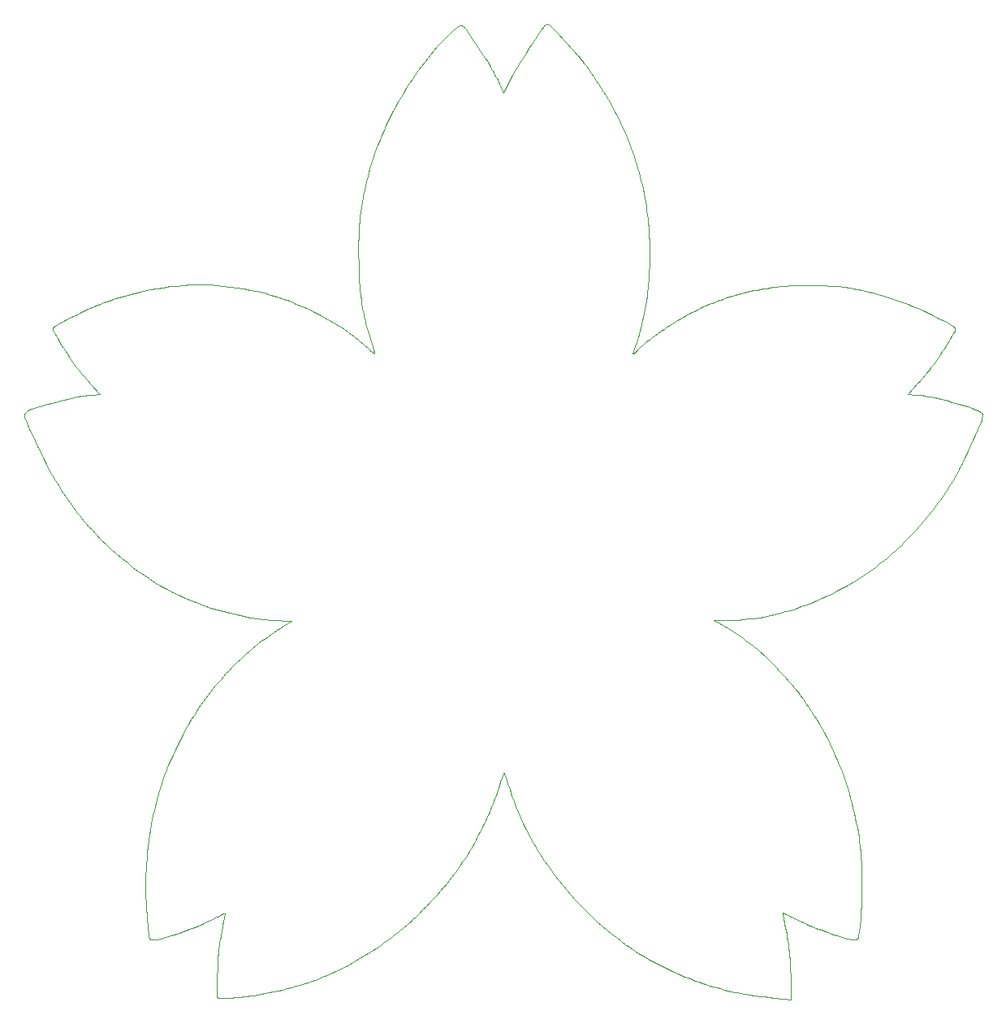
<source format=gbr>
%TF.GenerationSoftware,KiCad,Pcbnew,9.0.7*%
%TF.CreationDate,2026-02-10T20:55:20-08:00*%
%TF.ProjectId,Blinky,426c696e-6b79-42e6-9b69-6361645f7063,rev?*%
%TF.SameCoordinates,Original*%
%TF.FileFunction,Profile,NP*%
%FSLAX46Y46*%
G04 Gerber Fmt 4.6, Leading zero omitted, Abs format (unit mm)*
G04 Created by KiCad (PCBNEW 9.0.7) date 2026-02-10 20:55:20*
%MOMM*%
%LPD*%
G01*
G04 APERTURE LIST*
%TA.AperFunction,Profile*%
%ADD10C,0.067055*%
%TD*%
G04 APERTURE END LIST*
D10*
X156358332Y-49758483D02*
X156376700Y-49759936D01*
X156394921Y-49762345D01*
X156412968Y-49765699D01*
X156430812Y-49769990D01*
X156448427Y-49775206D01*
X156465785Y-49781339D01*
X156482860Y-49788377D01*
X156499624Y-49796311D01*
X156516050Y-49805130D01*
X156532110Y-49814825D01*
X156547778Y-49825386D01*
X156563027Y-49836802D01*
X156577828Y-49849063D01*
X156592156Y-49862160D01*
X156605982Y-49876082D01*
X157351306Y-50665856D01*
X158093915Y-51458781D01*
X158443477Y-51836042D01*
X158790689Y-52215886D01*
X159135485Y-52598241D01*
X159477799Y-52983034D01*
X159594619Y-53116572D01*
X159710181Y-53251342D01*
X159824478Y-53387331D01*
X159937500Y-53524530D01*
X160049238Y-53662926D01*
X160159684Y-53802511D01*
X160268829Y-53943273D01*
X160376663Y-54085200D01*
X160652187Y-54456896D01*
X160922730Y-54832663D01*
X161188252Y-55212444D01*
X161448716Y-55596182D01*
X161704084Y-55983819D01*
X161954316Y-56375299D01*
X162199375Y-56770562D01*
X162439223Y-57169552D01*
X162673901Y-57572342D01*
X162903206Y-57978572D01*
X163127105Y-58388181D01*
X163345566Y-58801107D01*
X163558558Y-59217289D01*
X163766049Y-59636666D01*
X163968005Y-60059175D01*
X164164397Y-60484755D01*
X164351244Y-60904632D01*
X164532391Y-61327273D01*
X164707813Y-61752612D01*
X164877483Y-62180583D01*
X165041378Y-62611123D01*
X165199471Y-63044165D01*
X165351737Y-63479645D01*
X165498151Y-63917497D01*
X165632566Y-64339810D01*
X165760501Y-64764327D01*
X165881932Y-65190961D01*
X165996838Y-65619627D01*
X166105195Y-66050239D01*
X166206982Y-66482710D01*
X166302176Y-66916956D01*
X166390753Y-67352890D01*
X166474038Y-67795639D01*
X166551253Y-68239573D01*
X166622387Y-68684619D01*
X166687432Y-69130704D01*
X166746376Y-69577755D01*
X166799210Y-70025699D01*
X166845923Y-70474464D01*
X166886507Y-70923977D01*
X166921072Y-71375403D01*
X166949516Y-71827250D01*
X166971836Y-72279448D01*
X166988031Y-72731925D01*
X166998098Y-73184609D01*
X167002034Y-73637431D01*
X166999839Y-74090318D01*
X166991509Y-74543199D01*
X166977218Y-74989111D01*
X166956804Y-75434677D01*
X166930273Y-75879823D01*
X166897628Y-76324480D01*
X166858877Y-76768575D01*
X166814025Y-77212036D01*
X166763076Y-77654792D01*
X166706038Y-78096773D01*
X166644669Y-78523465D01*
X166576847Y-78948957D01*
X166502588Y-79373164D01*
X166421908Y-79796004D01*
X166334823Y-80217394D01*
X166241351Y-80637249D01*
X166141508Y-81055487D01*
X166035309Y-81472024D01*
X165997173Y-81615470D01*
X165958311Y-81758679D01*
X165918714Y-81901683D01*
X165878374Y-82044513D01*
X165793723Y-82336035D01*
X165706278Y-82626719D01*
X165626172Y-82884039D01*
X165543643Y-83140491D01*
X165515641Y-83223787D01*
X165486310Y-83306555D01*
X165455656Y-83388775D01*
X165423686Y-83470428D01*
X165400357Y-83529662D01*
X165377744Y-83589210D01*
X165355848Y-83649064D01*
X165334674Y-83709212D01*
X165326275Y-83733982D01*
X165318146Y-83758853D01*
X165310287Y-83783823D01*
X165302699Y-83808888D01*
X165295383Y-83834046D01*
X165288339Y-83859294D01*
X165281569Y-83884630D01*
X165275073Y-83910051D01*
X165266085Y-83947703D01*
X165257874Y-83985551D01*
X165250444Y-84023583D01*
X165243799Y-84061786D01*
X165243599Y-84063236D01*
X165243475Y-84064687D01*
X165243426Y-84066137D01*
X165243451Y-84067583D01*
X165243549Y-84069021D01*
X165243720Y-84070448D01*
X165243962Y-84071861D01*
X165244275Y-84073258D01*
X165244658Y-84074634D01*
X165245111Y-84075987D01*
X165245633Y-84077314D01*
X165246222Y-84078611D01*
X165246878Y-84079875D01*
X165247601Y-84081104D01*
X165248389Y-84082294D01*
X165249242Y-84083442D01*
X165250153Y-84084538D01*
X165251113Y-84085572D01*
X165252121Y-84086545D01*
X165253173Y-84087453D01*
X165254266Y-84088297D01*
X165255399Y-84089075D01*
X165256567Y-84089786D01*
X165257769Y-84090427D01*
X165259001Y-84090998D01*
X165260261Y-84091497D01*
X165261547Y-84091924D01*
X165262854Y-84092276D01*
X165264181Y-84092552D01*
X165265525Y-84092751D01*
X165266883Y-84092872D01*
X165268253Y-84092914D01*
X165271977Y-84092832D01*
X165275683Y-84092589D01*
X165279369Y-84092186D01*
X165283028Y-84091625D01*
X165286657Y-84090906D01*
X165290252Y-84090032D01*
X165293808Y-84089004D01*
X165297321Y-84087823D01*
X165300786Y-84086492D01*
X165304200Y-84085011D01*
X165307558Y-84083383D01*
X165310855Y-84081608D01*
X165314087Y-84079689D01*
X165317251Y-84077627D01*
X165320341Y-84075423D01*
X165323354Y-84073079D01*
X165355974Y-84046273D01*
X165388300Y-84019067D01*
X165420327Y-83991461D01*
X165452054Y-83963458D01*
X165471232Y-83946198D01*
X165490284Y-83928782D01*
X165509211Y-83911209D01*
X165528011Y-83893482D01*
X165546684Y-83875600D01*
X165565228Y-83857564D01*
X165583642Y-83839375D01*
X165601926Y-83821034D01*
X165642532Y-83779537D01*
X165682707Y-83737568D01*
X165722450Y-83695130D01*
X165761759Y-83652225D01*
X165835564Y-83572392D01*
X165910820Y-83494169D01*
X165987502Y-83417580D01*
X166065590Y-83342643D01*
X166145058Y-83269383D01*
X166225886Y-83197819D01*
X166308050Y-83127974D01*
X166391527Y-83059869D01*
X166677033Y-82833866D01*
X166964464Y-82610632D01*
X167253791Y-82390192D01*
X167544982Y-82172568D01*
X167858273Y-81943136D01*
X168173695Y-81717025D01*
X168491201Y-81494265D01*
X168810744Y-81274888D01*
X169082847Y-81093434D01*
X169357666Y-80916788D01*
X169635156Y-80744981D01*
X169915273Y-80578044D01*
X170206413Y-80410100D01*
X170499248Y-80245631D01*
X170793752Y-80084652D01*
X171089897Y-79927177D01*
X171387654Y-79773222D01*
X171686996Y-79622800D01*
X171987895Y-79475926D01*
X172290325Y-79332615D01*
X172583271Y-79198174D01*
X172877720Y-79067638D01*
X173173635Y-78941019D01*
X173470984Y-78818332D01*
X173769732Y-78699591D01*
X174069845Y-78584810D01*
X174371288Y-78474003D01*
X174674028Y-78367183D01*
X174980934Y-78263356D01*
X175288968Y-78163567D01*
X175598097Y-78067827D01*
X175908287Y-77976145D01*
X176219504Y-77888531D01*
X176531712Y-77804995D01*
X176844880Y-77725545D01*
X177158971Y-77650192D01*
X177491602Y-77574613D01*
X177824926Y-77502739D01*
X178158915Y-77434574D01*
X178493541Y-77370125D01*
X178828775Y-77309397D01*
X179164588Y-77252395D01*
X179500953Y-77199125D01*
X179837841Y-77149591D01*
X180078237Y-77117087D01*
X180318942Y-77087511D01*
X180559934Y-77060868D01*
X180801187Y-77037157D01*
X181042677Y-77016382D01*
X181284381Y-76998545D01*
X181526273Y-76983647D01*
X181768331Y-76971690D01*
X182346088Y-76950840D01*
X182924060Y-76938314D01*
X183502156Y-76934112D01*
X184080284Y-76938237D01*
X184648379Y-76950477D01*
X185216218Y-76970908D01*
X185783751Y-76999528D01*
X186350929Y-77036336D01*
X186575734Y-77054169D01*
X186800264Y-77075209D01*
X187024492Y-77099452D01*
X187248388Y-77126893D01*
X187471923Y-77157530D01*
X187695068Y-77191357D01*
X187917794Y-77228371D01*
X188140071Y-77268568D01*
X188681558Y-77375198D01*
X189221384Y-77490953D01*
X189759432Y-77615806D01*
X190295589Y-77749733D01*
X190820169Y-77890396D01*
X191342468Y-78040381D01*
X191862373Y-78199653D01*
X192379769Y-78368176D01*
X192900652Y-78547962D01*
X193418669Y-78736869D01*
X193933722Y-78934860D01*
X194445711Y-79141902D01*
X194975821Y-79366366D01*
X195502819Y-79599055D01*
X196026677Y-79839957D01*
X196547368Y-80089061D01*
X197171681Y-80396368D01*
X197793996Y-80708255D01*
X197874340Y-80749431D01*
X197954272Y-80791499D01*
X198033787Y-80834454D01*
X198112876Y-80878292D01*
X198191534Y-80923011D01*
X198269754Y-80968606D01*
X198347528Y-81015075D01*
X198424849Y-81062413D01*
X198469871Y-81090937D01*
X198514354Y-81120385D01*
X198558285Y-81150746D01*
X198601652Y-81182013D01*
X198644443Y-81214175D01*
X198686645Y-81247225D01*
X198728246Y-81281153D01*
X198769234Y-81315950D01*
X198779893Y-81325728D01*
X198789965Y-81336072D01*
X198799436Y-81346951D01*
X198808292Y-81358335D01*
X198816519Y-81370192D01*
X198824103Y-81382491D01*
X198831031Y-81395201D01*
X198837288Y-81408292D01*
X198842862Y-81421731D01*
X198847737Y-81435488D01*
X198851900Y-81449533D01*
X198855338Y-81463833D01*
X198858036Y-81478359D01*
X198859981Y-81493078D01*
X198861159Y-81507960D01*
X198861556Y-81522973D01*
X198861271Y-81539838D01*
X198860420Y-81556643D01*
X198859006Y-81573372D01*
X198857034Y-81590011D01*
X198854508Y-81606545D01*
X198851431Y-81622957D01*
X198847809Y-81639233D01*
X198843643Y-81655358D01*
X198838940Y-81671316D01*
X198833703Y-81687093D01*
X198827935Y-81702672D01*
X198821642Y-81718040D01*
X198814826Y-81733180D01*
X198807493Y-81748077D01*
X198799646Y-81762716D01*
X198791289Y-81777083D01*
X198433994Y-82363936D01*
X198073726Y-82948678D01*
X197887278Y-83247157D01*
X197698802Y-83544144D01*
X197508289Y-83839647D01*
X197315734Y-84133673D01*
X197145489Y-84388641D01*
X196972636Y-84641582D01*
X196797190Y-84892476D01*
X196619164Y-85141302D01*
X196543699Y-85244292D01*
X196467069Y-85346301D01*
X196389290Y-85447312D01*
X196310375Y-85547307D01*
X196203469Y-85680407D01*
X196095943Y-85812895D01*
X195987777Y-85944795D01*
X195878951Y-86076129D01*
X195762032Y-86215795D01*
X195644496Y-86354771D01*
X195526290Y-86493119D01*
X195407363Y-86630897D01*
X195297915Y-86756213D01*
X195187685Y-86880752D01*
X195076685Y-87004506D01*
X194964925Y-87127466D01*
X193927083Y-88261813D01*
X194770769Y-88350839D01*
X195069781Y-88385428D01*
X195368109Y-88426015D01*
X195665683Y-88472590D01*
X195962428Y-88525142D01*
X196325362Y-88595234D01*
X196687583Y-88669306D01*
X197049073Y-88747356D01*
X197409813Y-88829381D01*
X197779813Y-88917740D01*
X198148909Y-89010114D01*
X198517106Y-89106503D01*
X198884407Y-89206907D01*
X199207294Y-89299776D01*
X199528850Y-89397745D01*
X199849025Y-89500799D01*
X200167766Y-89608925D01*
X200581516Y-89755210D01*
X200993947Y-89905675D01*
X201045963Y-89925421D01*
X201097684Y-89946006D01*
X201149101Y-89967427D01*
X201200204Y-89989678D01*
X201250985Y-90012757D01*
X201301436Y-90036659D01*
X201351548Y-90061380D01*
X201401311Y-90086917D01*
X201415539Y-90094522D01*
X201429637Y-90102380D01*
X201443602Y-90110491D01*
X201457431Y-90118850D01*
X201471122Y-90127457D01*
X201484670Y-90136309D01*
X201498075Y-90145405D01*
X201511332Y-90154743D01*
X201524439Y-90164319D01*
X201537394Y-90174133D01*
X201550193Y-90184182D01*
X201562833Y-90194465D01*
X201575312Y-90204979D01*
X201587627Y-90215722D01*
X201599776Y-90226692D01*
X201611754Y-90237887D01*
X201619648Y-90245808D01*
X201627100Y-90254124D01*
X201634099Y-90262815D01*
X201640636Y-90271858D01*
X201646703Y-90281232D01*
X201652291Y-90290914D01*
X201657390Y-90300884D01*
X201661990Y-90311119D01*
X201666084Y-90321597D01*
X201669661Y-90332298D01*
X201672713Y-90343198D01*
X201675230Y-90354277D01*
X201677203Y-90365512D01*
X201678623Y-90376883D01*
X201679482Y-90388366D01*
X201679769Y-90399940D01*
X201678997Y-90461782D01*
X201676689Y-90523503D01*
X201672848Y-90585071D01*
X201667483Y-90646454D01*
X201660599Y-90707621D01*
X201652202Y-90768539D01*
X201642300Y-90829177D01*
X201630899Y-90889503D01*
X201618005Y-90949485D01*
X201603624Y-91009092D01*
X201587763Y-91068290D01*
X201570428Y-91127050D01*
X201551627Y-91185338D01*
X201531364Y-91243122D01*
X201509647Y-91300372D01*
X201486482Y-91357055D01*
X201238858Y-91934656D01*
X200986364Y-92509918D01*
X200729046Y-93082735D01*
X200466951Y-93652997D01*
X200179398Y-94261724D01*
X199884496Y-94866430D01*
X199582300Y-95467005D01*
X199272865Y-96063342D01*
X199136702Y-96318787D01*
X198998152Y-96572735D01*
X198857227Y-96825167D01*
X198713938Y-97076064D01*
X198568297Y-97325406D01*
X198420314Y-97573175D01*
X198270001Y-97819351D01*
X198117369Y-98063916D01*
X197954115Y-98319384D01*
X197788054Y-98572736D01*
X197619206Y-98823947D01*
X197447588Y-99072989D01*
X197273218Y-99319837D01*
X197096115Y-99564464D01*
X196916295Y-99806843D01*
X196733779Y-100046948D01*
X196529308Y-100310352D01*
X196322696Y-100571816D01*
X196113954Y-100831325D01*
X195903095Y-101088864D01*
X195690133Y-101344416D01*
X195475080Y-101597967D01*
X195257949Y-101849501D01*
X195038753Y-102099002D01*
X194818232Y-102345635D01*
X194595699Y-102590178D01*
X194371170Y-102832615D01*
X194144660Y-103072930D01*
X193916186Y-103311107D01*
X193685763Y-103547131D01*
X193453407Y-103780986D01*
X193219133Y-104012655D01*
X193006976Y-104218085D01*
X192792519Y-104420719D01*
X192575788Y-104620533D01*
X192356807Y-104817507D01*
X192135602Y-105011618D01*
X191912196Y-105202846D01*
X191686616Y-105391166D01*
X191458885Y-105576559D01*
X190989184Y-105946707D01*
X190513113Y-106307137D01*
X190030807Y-106657756D01*
X189542399Y-106998474D01*
X189048023Y-107329200D01*
X188547813Y-107649842D01*
X188041901Y-107960309D01*
X187530422Y-108260510D01*
X187019507Y-108546757D01*
X186503570Y-108822111D01*
X185982763Y-109086499D01*
X185457241Y-109339849D01*
X184927157Y-109582090D01*
X184392666Y-109813150D01*
X183853921Y-110032956D01*
X183311077Y-110241437D01*
X182774628Y-110434666D01*
X182234823Y-110616284D01*
X181691827Y-110786243D01*
X181145806Y-110944497D01*
X180596926Y-111091002D01*
X180045354Y-111225710D01*
X179491253Y-111348577D01*
X178934792Y-111459555D01*
X178389666Y-111555746D01*
X177842914Y-111639296D01*
X177294729Y-111710186D01*
X176745304Y-111768399D01*
X176194831Y-111813915D01*
X175643505Y-111846717D01*
X175091517Y-111866787D01*
X174539061Y-111874106D01*
X173681340Y-111875534D01*
X174421150Y-112249856D01*
X174521336Y-112301281D01*
X174620969Y-112353894D01*
X174720040Y-112407690D01*
X174818540Y-112462664D01*
X174916459Y-112518811D01*
X175013789Y-112576127D01*
X175110521Y-112634606D01*
X175206645Y-112694244D01*
X175464040Y-112857726D01*
X175719975Y-113023762D01*
X175974451Y-113192354D01*
X176227468Y-113363504D01*
X176491226Y-113545631D01*
X176753342Y-113730364D01*
X177013830Y-113917710D01*
X177272707Y-114107681D01*
X177496382Y-114275988D01*
X177717801Y-114447639D01*
X177936935Y-114622614D01*
X178153755Y-114800891D01*
X178284630Y-114911299D01*
X178414377Y-115023190D01*
X178542987Y-115136554D01*
X178670449Y-115251381D01*
X178796754Y-115367662D01*
X178921890Y-115485387D01*
X179045848Y-115604548D01*
X179168617Y-115725134D01*
X179505187Y-116062104D01*
X179839117Y-116402067D01*
X180170407Y-116745025D01*
X180499062Y-117090982D01*
X180826004Y-117440930D01*
X181150209Y-117793806D01*
X181471641Y-118149574D01*
X181790267Y-118508200D01*
X181906299Y-118641258D01*
X182021040Y-118775574D01*
X182134481Y-118911134D01*
X182246613Y-119047930D01*
X182357428Y-119185948D01*
X182466917Y-119325180D01*
X182575071Y-119465612D01*
X182681880Y-119607235D01*
X182987805Y-120024308D01*
X183287093Y-120446710D01*
X183579684Y-120874351D01*
X183865520Y-121307140D01*
X184144540Y-121744985D01*
X184416687Y-122187797D01*
X184681900Y-122635482D01*
X184940120Y-123087951D01*
X185192034Y-123546384D01*
X185436751Y-124009125D01*
X185674224Y-124476080D01*
X185904406Y-124947151D01*
X186127250Y-125422240D01*
X186342710Y-125901252D01*
X186550739Y-126384089D01*
X186751290Y-126870654D01*
X186944051Y-127360178D01*
X187129146Y-127852957D01*
X187306539Y-128348888D01*
X187476197Y-128847867D01*
X187638085Y-129349792D01*
X187792168Y-129854558D01*
X187938411Y-130362064D01*
X188076781Y-130872204D01*
X188206471Y-131382091D01*
X188328073Y-131894133D01*
X188441565Y-132408220D01*
X188546925Y-132924244D01*
X188644132Y-133442097D01*
X188733164Y-133961669D01*
X188814001Y-134482851D01*
X188886620Y-135005536D01*
X188922378Y-135291751D01*
X188954786Y-135578391D01*
X188983841Y-135865419D01*
X189009540Y-136152800D01*
X189031879Y-136440498D01*
X189050857Y-136728478D01*
X189066470Y-137016704D01*
X189078716Y-137305139D01*
X189100115Y-138013319D01*
X189112483Y-138721697D01*
X189115818Y-139430217D01*
X189110118Y-140138824D01*
X189095864Y-140826567D01*
X189072933Y-141514044D01*
X189041328Y-142201131D01*
X189001052Y-142887704D01*
X188982846Y-143136974D01*
X188960663Y-143385822D01*
X188934511Y-143634194D01*
X188904396Y-143882033D01*
X188870324Y-144129285D01*
X188832303Y-144375893D01*
X188790339Y-144621801D01*
X188744438Y-144866955D01*
X188740895Y-144883000D01*
X188736607Y-144898755D01*
X188731592Y-144914195D01*
X188725866Y-144929293D01*
X188719446Y-144944024D01*
X188712350Y-144958362D01*
X188704595Y-144972282D01*
X188696197Y-144985756D01*
X188687174Y-144998761D01*
X188677542Y-145011268D01*
X188667318Y-145023254D01*
X188656520Y-145034691D01*
X188645165Y-145045554D01*
X188633269Y-145055817D01*
X188620850Y-145065455D01*
X188607924Y-145074441D01*
X188593241Y-145083684D01*
X188578281Y-145092310D01*
X188563062Y-145100315D01*
X188547601Y-145107694D01*
X188531916Y-145114442D01*
X188516022Y-145120554D01*
X188499939Y-145126027D01*
X188483681Y-145130855D01*
X188467268Y-145135033D01*
X188450715Y-145138558D01*
X188434040Y-145141423D01*
X188417260Y-145143626D01*
X188400393Y-145145160D01*
X188383454Y-145146021D01*
X188366462Y-145146204D01*
X188349434Y-145145706D01*
X188287491Y-145141810D01*
X188225690Y-145136243D01*
X188164059Y-145129011D01*
X188102627Y-145120117D01*
X188041425Y-145109567D01*
X187980480Y-145097364D01*
X187919822Y-145083515D01*
X187859480Y-145068024D01*
X187599880Y-144996704D01*
X187340776Y-144923637D01*
X187082113Y-144848806D01*
X186823836Y-144772198D01*
X186516856Y-144677975D01*
X186210911Y-144580003D01*
X185906034Y-144478290D01*
X185602257Y-144372845D01*
X185278857Y-144256608D01*
X184956497Y-144137131D01*
X184635204Y-144014424D01*
X184315007Y-143888495D01*
X184000550Y-143761210D01*
X183687277Y-143630759D01*
X183375173Y-143497134D01*
X183064223Y-143360327D01*
X182784257Y-143233230D01*
X182505839Y-143102311D01*
X182228989Y-142967577D01*
X181953725Y-142829037D01*
X181753561Y-142727599D01*
X181552669Y-142627740D01*
X181467207Y-142586010D01*
X181381525Y-142544838D01*
X181295671Y-142504248D01*
X181209694Y-142464264D01*
X181060090Y-142395577D01*
X180910280Y-142327392D01*
X180909294Y-142326969D01*
X180908298Y-142326588D01*
X180907296Y-142326249D01*
X180906287Y-142325952D01*
X180905272Y-142325697D01*
X180904253Y-142325484D01*
X180903231Y-142325311D01*
X180902207Y-142325180D01*
X180901181Y-142325090D01*
X180900155Y-142325040D01*
X180898108Y-142325062D01*
X180896071Y-142325244D01*
X180894056Y-142325584D01*
X180892069Y-142326081D01*
X180890118Y-142326733D01*
X180888214Y-142327538D01*
X180886363Y-142328494D01*
X180885460Y-142329029D01*
X180884574Y-142329601D01*
X180883706Y-142330209D01*
X180882856Y-142330855D01*
X180882026Y-142331537D01*
X180881217Y-142332256D01*
X180880429Y-142333010D01*
X180879665Y-142333801D01*
X180878168Y-142335505D01*
X180876780Y-142337292D01*
X180875505Y-142339156D01*
X180874343Y-142341092D01*
X180873297Y-142343093D01*
X180872369Y-142345153D01*
X180871559Y-142347267D01*
X180870870Y-142349429D01*
X180870304Y-142351632D01*
X180869862Y-142353872D01*
X180869546Y-142356140D01*
X180869359Y-142358433D01*
X180869301Y-142360743D01*
X180869375Y-142363065D01*
X180869581Y-142365393D01*
X180869924Y-142367721D01*
X180898093Y-142525450D01*
X180926750Y-142683075D01*
X180943703Y-142774142D01*
X180961162Y-142865110D01*
X180979123Y-142955984D01*
X180997585Y-143046768D01*
X181042162Y-143259215D01*
X181088194Y-143471325D01*
X181160944Y-143814474D01*
X181228050Y-144158921D01*
X181289499Y-144504579D01*
X181345275Y-144851364D01*
X181401324Y-145234870D01*
X181452682Y-145619140D01*
X181499340Y-146004098D01*
X181541289Y-146389670D01*
X181579524Y-146785692D01*
X181613009Y-147182176D01*
X181641739Y-147579078D01*
X181665709Y-147976352D01*
X181683842Y-148357875D01*
X181696794Y-148739628D01*
X181704565Y-149121554D01*
X181707155Y-149503598D01*
X181707155Y-151342004D01*
X180939595Y-151267059D01*
X179955380Y-151169251D01*
X178971275Y-151068051D01*
X178671927Y-151035700D01*
X178372816Y-151001268D01*
X178073921Y-150964755D01*
X177775221Y-150926163D01*
X177543116Y-150894110D01*
X177311315Y-150859628D01*
X177079836Y-150822716D01*
X176848699Y-150783377D01*
X176607689Y-150739917D01*
X176367048Y-150694242D01*
X176126782Y-150646351D01*
X175886900Y-150596243D01*
X175506927Y-150512535D01*
X175127954Y-150423994D01*
X174750022Y-150330631D01*
X174373171Y-150232458D01*
X173997443Y-150129486D01*
X173622877Y-150021724D01*
X173249515Y-149909185D01*
X172877397Y-149791879D01*
X172504175Y-149669079D01*
X172132366Y-149541632D01*
X171762005Y-149409552D01*
X171393128Y-149272853D01*
X171025772Y-149131548D01*
X170659971Y-148985651D01*
X170295762Y-148835176D01*
X169933180Y-148680136D01*
X169576515Y-148522395D01*
X169221662Y-148360172D01*
X168868656Y-148193485D01*
X168517534Y-148022350D01*
X168168329Y-147846786D01*
X167821077Y-147666809D01*
X167475814Y-147482438D01*
X167132573Y-147293689D01*
X166801622Y-147106112D01*
X166473012Y-146913995D01*
X166146782Y-146717362D01*
X165822973Y-146516239D01*
X165501625Y-146310650D01*
X165182778Y-146100620D01*
X164866471Y-145886174D01*
X164552745Y-145667337D01*
X164028886Y-145288942D01*
X163512067Y-144899963D01*
X163002424Y-144500514D01*
X162500095Y-144090709D01*
X162005217Y-143670662D01*
X161517926Y-143240487D01*
X161038359Y-142800297D01*
X160566654Y-142350207D01*
X160105712Y-141892932D01*
X159653335Y-141426248D01*
X159209646Y-140950295D01*
X158774770Y-140465215D01*
X158348831Y-139971150D01*
X157931950Y-139468239D01*
X157524254Y-138956624D01*
X157125864Y-138436447D01*
X156746047Y-137920019D01*
X156376069Y-137395731D01*
X156016033Y-136863747D01*
X155666042Y-136324227D01*
X155326201Y-135777335D01*
X154996611Y-135223234D01*
X154677377Y-134662087D01*
X154368602Y-134094055D01*
X154082638Y-133541271D01*
X153808415Y-132981771D01*
X153545966Y-132415586D01*
X153295322Y-131842749D01*
X153056516Y-131263291D01*
X152829579Y-130677242D01*
X152614544Y-130084635D01*
X152411443Y-129485501D01*
X152214691Y-128882745D01*
X152024509Y-128296130D01*
X151886388Y-127867819D01*
X151875660Y-127834061D01*
X151865169Y-127800216D01*
X151854917Y-127766290D01*
X151844905Y-127732284D01*
X151844273Y-127730369D01*
X151843515Y-127728531D01*
X151842635Y-127726774D01*
X151841642Y-127725104D01*
X151840539Y-127723527D01*
X151839335Y-127722048D01*
X151838035Y-127720671D01*
X151836644Y-127719402D01*
X151835170Y-127718246D01*
X151833619Y-127717209D01*
X151831996Y-127716295D01*
X151830307Y-127715510D01*
X151828560Y-127714859D01*
X151826759Y-127714348D01*
X151825841Y-127714146D01*
X151824912Y-127713981D01*
X151823973Y-127713853D01*
X151823024Y-127713763D01*
X151822073Y-127713712D01*
X151821125Y-127713699D01*
X151820183Y-127713726D01*
X151819248Y-127713790D01*
X151818319Y-127713892D01*
X151817398Y-127714030D01*
X151816485Y-127714206D01*
X151815582Y-127714417D01*
X151814690Y-127714663D01*
X151813809Y-127714945D01*
X151812939Y-127715261D01*
X151812083Y-127715611D01*
X151811240Y-127715994D01*
X151810412Y-127716409D01*
X151809599Y-127716857D01*
X151808802Y-127717337D01*
X151808022Y-127717848D01*
X151807261Y-127718390D01*
X151806518Y-127718962D01*
X151805795Y-127719563D01*
X151805092Y-127720193D01*
X151804410Y-127720852D01*
X151803751Y-127721539D01*
X151803114Y-127722254D01*
X151802502Y-127722996D01*
X151801914Y-127723763D01*
X151801351Y-127724557D01*
X151800815Y-127725377D01*
X151800306Y-127726221D01*
X151799825Y-127727089D01*
X151799373Y-127727981D01*
X151798950Y-127728897D01*
X151759608Y-127819524D01*
X151721132Y-127910574D01*
X151683522Y-128002037D01*
X151646781Y-128093899D01*
X151598150Y-128219348D01*
X151550948Y-128345416D01*
X151505182Y-128472087D01*
X151460860Y-128599344D01*
X151406889Y-128758798D01*
X151353851Y-128918643D01*
X151301755Y-129078845D01*
X151250609Y-129239371D01*
X151156627Y-129531535D01*
X151059339Y-129822421D01*
X150958755Y-130111999D01*
X150854888Y-130400236D01*
X150747750Y-130687102D01*
X150637351Y-130972565D01*
X150523703Y-131256594D01*
X150406818Y-131539157D01*
X150279625Y-131837565D01*
X150149608Y-132134553D01*
X150016778Y-132430098D01*
X149881144Y-132724175D01*
X149742720Y-133016762D01*
X149601515Y-133307833D01*
X149457540Y-133597364D01*
X149310808Y-133885333D01*
X149157258Y-134179601D01*
X149000997Y-134472200D01*
X148842037Y-134763109D01*
X148680389Y-135052309D01*
X148516064Y-135339780D01*
X148349072Y-135625502D01*
X148179425Y-135909455D01*
X148007134Y-136191620D01*
X147832817Y-136470974D01*
X147655902Y-136748427D01*
X147476402Y-137023955D01*
X147294331Y-137297539D01*
X147109704Y-137569157D01*
X146922535Y-137838787D01*
X146732839Y-138106410D01*
X146540628Y-138372003D01*
X146418958Y-138536491D01*
X146295583Y-138699497D01*
X146170516Y-138861007D01*
X146043768Y-139021007D01*
X145915348Y-139179482D01*
X145785268Y-139336419D01*
X145653539Y-139491803D01*
X145520172Y-139645620D01*
X145162454Y-140049623D01*
X144801067Y-140449851D01*
X144436047Y-140846266D01*
X144067432Y-141238830D01*
X143690722Y-141632218D01*
X143310398Y-142021643D01*
X142926518Y-142407051D01*
X142539137Y-142788388D01*
X142384830Y-142937313D01*
X142229170Y-143084589D01*
X142072170Y-143230206D01*
X141913838Y-143374155D01*
X141754186Y-143516426D01*
X141593224Y-143657010D01*
X141430962Y-143795898D01*
X141267411Y-143933081D01*
X141021079Y-144135502D01*
X140772881Y-144335267D01*
X140522837Y-144532359D01*
X140270968Y-144726763D01*
X140017293Y-144918465D01*
X139761833Y-145107448D01*
X139504607Y-145293698D01*
X139245638Y-145477200D01*
X138974013Y-145665755D01*
X138700858Y-145851725D01*
X138426188Y-146035100D01*
X138150019Y-146215870D01*
X137872366Y-146394027D01*
X137593246Y-146569559D01*
X137312674Y-146742457D01*
X137030666Y-146912710D01*
X136467617Y-147242145D01*
X135899204Y-147560793D01*
X135325575Y-147868576D01*
X134746878Y-148165417D01*
X134472796Y-148300904D01*
X134197400Y-148433240D01*
X133920713Y-148562415D01*
X133642758Y-148688419D01*
X133363559Y-148811241D01*
X133083140Y-148930872D01*
X132801523Y-149047299D01*
X132518732Y-149160513D01*
X132141472Y-149304992D01*
X131761887Y-149442179D01*
X131380056Y-149572043D01*
X130996054Y-149694559D01*
X130544212Y-149831075D01*
X130091011Y-149962149D01*
X129636454Y-150087777D01*
X129180541Y-150207959D01*
X128717845Y-150324073D01*
X128253998Y-150434652D01*
X127789021Y-150539691D01*
X127322938Y-150639181D01*
X126910888Y-150720876D01*
X126497651Y-150795402D01*
X126083306Y-150862746D01*
X125667930Y-150922894D01*
X125324224Y-150968385D01*
X124980185Y-151011443D01*
X124635874Y-151052061D01*
X124291350Y-151090234D01*
X123999393Y-151119823D01*
X123707127Y-151146009D01*
X123414567Y-151168791D01*
X123121730Y-151188168D01*
X122881147Y-151201927D01*
X122640450Y-151214157D01*
X122399690Y-151224857D01*
X122158917Y-151234027D01*
X122144545Y-151234132D01*
X122130255Y-151233447D01*
X122116073Y-151231984D01*
X122102024Y-151229753D01*
X122088136Y-151226766D01*
X122074433Y-151223033D01*
X122060941Y-151218566D01*
X122047687Y-151213375D01*
X122034697Y-151207471D01*
X122021995Y-151200866D01*
X122009609Y-151193571D01*
X121997564Y-151185595D01*
X121985886Y-151176951D01*
X121974601Y-151167649D01*
X121963735Y-151157700D01*
X121953313Y-151147116D01*
X121943824Y-151136444D01*
X121934891Y-151125326D01*
X121926522Y-151113790D01*
X121918726Y-151101863D01*
X121911515Y-151089572D01*
X121904897Y-151076945D01*
X121898881Y-151064008D01*
X121893478Y-151050790D01*
X121888696Y-151037316D01*
X121884546Y-151023615D01*
X121881037Y-151009714D01*
X121878179Y-150995640D01*
X121875981Y-150981419D01*
X121874452Y-150967081D01*
X121873603Y-150952650D01*
X121873442Y-150938156D01*
X121886299Y-150056809D01*
X121902094Y-149175482D01*
X121911620Y-148755880D01*
X121923762Y-148336442D01*
X121938525Y-147917087D01*
X121955911Y-147497732D01*
X121971952Y-147191648D01*
X121992767Y-146885905D01*
X122018348Y-146580575D01*
X122048692Y-146275732D01*
X122074357Y-146049154D01*
X122102629Y-145822950D01*
X122133503Y-145597139D01*
X122166976Y-145371740D01*
X122212062Y-145085219D01*
X122258773Y-144798976D01*
X122307109Y-144513013D01*
X122357072Y-144227331D01*
X122457009Y-143681686D01*
X122562573Y-143137222D01*
X122579013Y-143057129D01*
X122596362Y-142977263D01*
X122614616Y-142897633D01*
X122633773Y-142818249D01*
X122653832Y-142739119D01*
X122674790Y-142660253D01*
X122696645Y-142581659D01*
X122719394Y-142503348D01*
X122720181Y-142500484D01*
X122720846Y-142497608D01*
X122721391Y-142494724D01*
X122721817Y-142491836D01*
X122722125Y-142488946D01*
X122722317Y-142486058D01*
X122722394Y-142483177D01*
X122722358Y-142480305D01*
X122722209Y-142477447D01*
X122721948Y-142474605D01*
X122721578Y-142471784D01*
X122721099Y-142468986D01*
X122720514Y-142466217D01*
X122719821Y-142463478D01*
X122719025Y-142460774D01*
X122718125Y-142458109D01*
X122717122Y-142455486D01*
X122716019Y-142452908D01*
X122714817Y-142450380D01*
X122713516Y-142447904D01*
X122712118Y-142445485D01*
X122710625Y-142443125D01*
X122709037Y-142440830D01*
X122707356Y-142438601D01*
X122705583Y-142436443D01*
X122703720Y-142434360D01*
X122701768Y-142432355D01*
X122699728Y-142430431D01*
X122697601Y-142428592D01*
X122695388Y-142426842D01*
X122693092Y-142425185D01*
X122690713Y-142423623D01*
X122684947Y-142420227D01*
X122679055Y-142417163D01*
X122673048Y-142414432D01*
X122666939Y-142412037D01*
X122660740Y-142409979D01*
X122654463Y-142408261D01*
X122648121Y-142406882D01*
X122641726Y-142405846D01*
X122635291Y-142405154D01*
X122628828Y-142404808D01*
X122622348Y-142404809D01*
X122615865Y-142405159D01*
X122609391Y-142405859D01*
X122602938Y-142406913D01*
X122596518Y-142408320D01*
X122590145Y-142410083D01*
X122558483Y-142420131D01*
X122527028Y-142430860D01*
X122495789Y-142442268D01*
X122464774Y-142454352D01*
X122433992Y-142467108D01*
X122403452Y-142480534D01*
X122373162Y-142494626D01*
X122343133Y-142509381D01*
X122214452Y-142574731D01*
X122086056Y-142640804D01*
X121957978Y-142707582D01*
X121830250Y-142775049D01*
X121572620Y-142909527D01*
X121313195Y-143039979D01*
X121052012Y-143166388D01*
X120789105Y-143288733D01*
X120493626Y-143421563D01*
X120196867Y-143551098D01*
X119898861Y-143677319D01*
X119599639Y-143800210D01*
X119283249Y-143926210D01*
X118965682Y-144048833D01*
X118646982Y-144168061D01*
X118327193Y-144283874D01*
X118005617Y-144396532D01*
X117683026Y-144505768D01*
X117359423Y-144611582D01*
X117034814Y-144713971D01*
X116794896Y-144787223D01*
X116554510Y-144858534D01*
X116313630Y-144927909D01*
X116072226Y-144995358D01*
X115995518Y-145015862D01*
X115918563Y-145035234D01*
X115841374Y-145053470D01*
X115763961Y-145070570D01*
X115686336Y-145086530D01*
X115608509Y-145101348D01*
X115530493Y-145115023D01*
X115452297Y-145127551D01*
X115402258Y-145134609D01*
X115352107Y-145140532D01*
X115301861Y-145145319D01*
X115251538Y-145148967D01*
X115201154Y-145151477D01*
X115150726Y-145152847D01*
X115100271Y-145153075D01*
X115049806Y-145152160D01*
X115043075Y-145151849D01*
X115036381Y-145151315D01*
X115029730Y-145150559D01*
X115023125Y-145149584D01*
X115016571Y-145148393D01*
X115010072Y-145146989D01*
X115003632Y-145145374D01*
X114997254Y-145143550D01*
X114990944Y-145141520D01*
X114984704Y-145139286D01*
X114978540Y-145136852D01*
X114972456Y-145134219D01*
X114960541Y-145128368D01*
X114948994Y-145121753D01*
X114937846Y-145114396D01*
X114927131Y-145106316D01*
X114916882Y-145097533D01*
X114907132Y-145088068D01*
X114897913Y-145077941D01*
X114889259Y-145067172D01*
X114885154Y-145061553D01*
X114881202Y-145055781D01*
X114877408Y-145049859D01*
X114873776Y-145043789D01*
X114860946Y-145020864D01*
X114848748Y-144997590D01*
X114837186Y-144973982D01*
X114826264Y-144950054D01*
X114815989Y-144925820D01*
X114806363Y-144901295D01*
X114797392Y-144876491D01*
X114789081Y-144851423D01*
X114781434Y-144826106D01*
X114774456Y-144800553D01*
X114768152Y-144774779D01*
X114762527Y-144748796D01*
X114757584Y-144722620D01*
X114753329Y-144696265D01*
X114749767Y-144669744D01*
X114746902Y-144643072D01*
X114667597Y-143768981D01*
X114593974Y-142894113D01*
X114559548Y-142448567D01*
X114528313Y-142002744D01*
X114500272Y-141556691D01*
X114475427Y-141110455D01*
X114458792Y-140745222D01*
X114446908Y-140379791D01*
X114439777Y-140014216D01*
X114437401Y-139648550D01*
X114442350Y-139041128D01*
X114457191Y-138434026D01*
X114481914Y-137827384D01*
X114516511Y-137221341D01*
X114560974Y-136616033D01*
X114615292Y-136011601D01*
X114679457Y-135408182D01*
X114753459Y-134805914D01*
X114835112Y-134224031D01*
X114927157Y-133644088D01*
X115029560Y-133066244D01*
X115142290Y-132490659D01*
X115265315Y-131917490D01*
X115398600Y-131346896D01*
X115542115Y-130779036D01*
X115695825Y-130214068D01*
X115858791Y-129655383D01*
X116031756Y-129100317D01*
X116214664Y-128549021D01*
X116407461Y-128001650D01*
X116610090Y-127458355D01*
X116822496Y-126919289D01*
X117044625Y-126384605D01*
X117276422Y-125854455D01*
X117522793Y-125317350D01*
X117778130Y-124785217D01*
X118042367Y-124258183D01*
X118315434Y-123736377D01*
X118597263Y-123219927D01*
X118887787Y-122708959D01*
X119186936Y-122203603D01*
X119494644Y-121703985D01*
X119720421Y-121350299D01*
X119951127Y-121000355D01*
X120186719Y-120654212D01*
X120427156Y-120311928D01*
X120672395Y-119973563D01*
X120922395Y-119639175D01*
X121177114Y-119308821D01*
X121436509Y-118982562D01*
X121707615Y-118651427D01*
X121982961Y-118324402D01*
X122262506Y-118001533D01*
X122546207Y-117682866D01*
X122834022Y-117368447D01*
X123125910Y-117058324D01*
X123421829Y-116752542D01*
X123721736Y-116451147D01*
X124022241Y-116157496D01*
X124326526Y-115868429D01*
X124634545Y-115583988D01*
X124946254Y-115304215D01*
X125261605Y-115029149D01*
X125580554Y-114758833D01*
X125903054Y-114493308D01*
X126229059Y-114232614D01*
X126542635Y-113989707D01*
X126859812Y-113752353D01*
X127180525Y-113520595D01*
X127504708Y-113294479D01*
X127832298Y-113074048D01*
X128163227Y-112859348D01*
X128497432Y-112650423D01*
X128834847Y-112447317D01*
X129692568Y-111940829D01*
X128957363Y-111910031D01*
X128237011Y-111871147D01*
X127517940Y-111814889D01*
X126800423Y-111741296D01*
X126084733Y-111650406D01*
X125371145Y-111542257D01*
X124659931Y-111416887D01*
X123951365Y-111274335D01*
X123245722Y-111114639D01*
X122563913Y-110942234D01*
X121886593Y-110751989D01*
X121214068Y-110544011D01*
X120546639Y-110318406D01*
X119884610Y-110075282D01*
X119228284Y-109814746D01*
X118577966Y-109536904D01*
X117933958Y-109241864D01*
X117300616Y-108931659D01*
X116674959Y-108604890D01*
X116057265Y-108261726D01*
X115447812Y-107902337D01*
X114846881Y-107526893D01*
X114254751Y-107135563D01*
X113671700Y-106728517D01*
X113098007Y-106305923D01*
X112523296Y-105860326D01*
X111958745Y-105400627D01*
X111404576Y-104927029D01*
X110861010Y-104439734D01*
X110328268Y-103938946D01*
X109806573Y-103424869D01*
X109296144Y-102897705D01*
X108797204Y-102357657D01*
X108535165Y-102064639D01*
X108275601Y-101769052D01*
X108018560Y-101470953D01*
X107764091Y-101170401D01*
X107547365Y-100908378D01*
X107334139Y-100643134D01*
X107124438Y-100374695D01*
X106918283Y-100103088D01*
X106710988Y-99822095D01*
X106507304Y-99538098D01*
X106307260Y-99251134D01*
X106110883Y-98961242D01*
X105877615Y-98608985D01*
X105646969Y-98254835D01*
X105418928Y-97898763D01*
X105193471Y-97540738D01*
X105043222Y-97297244D01*
X104895479Y-97052036D01*
X104750253Y-96805134D01*
X104607556Y-96556560D01*
X104467401Y-96306334D01*
X104329799Y-96054478D01*
X104194762Y-95801013D01*
X104062303Y-95545959D01*
X103757973Y-94942723D01*
X103461309Y-94335194D01*
X103172330Y-93723416D01*
X102891056Y-93107434D01*
X102622303Y-92504483D01*
X102356529Y-91899871D01*
X102093797Y-91293740D01*
X101834169Y-90686235D01*
X101822980Y-90656908D01*
X101814034Y-90627072D01*
X101807309Y-90596856D01*
X101802781Y-90566392D01*
X101800429Y-90535810D01*
X101800231Y-90505242D01*
X101802164Y-90474817D01*
X101806207Y-90444667D01*
X101812336Y-90414923D01*
X101820531Y-90385714D01*
X101830768Y-90357173D01*
X101843026Y-90329429D01*
X101857282Y-90302614D01*
X101873514Y-90276859D01*
X101891700Y-90252293D01*
X101911817Y-90229048D01*
X101946573Y-90193034D01*
X101982313Y-90158273D01*
X102019006Y-90124785D01*
X102056622Y-90092590D01*
X102095130Y-90061706D01*
X102134499Y-90032153D01*
X102174699Y-90003950D01*
X102215699Y-89977118D01*
X102257468Y-89951675D01*
X102299977Y-89927640D01*
X102343194Y-89905034D01*
X102387089Y-89883876D01*
X102431631Y-89864185D01*
X102476790Y-89845980D01*
X102522534Y-89829281D01*
X102568834Y-89814108D01*
X103103983Y-89651131D01*
X103640360Y-89492903D01*
X104177967Y-89339423D01*
X104716802Y-89190693D01*
X105280185Y-89042046D01*
X105845314Y-88901317D01*
X106412117Y-88768528D01*
X106980519Y-88643698D01*
X107210401Y-88596469D01*
X107440785Y-88552291D01*
X107671644Y-88511170D01*
X107902951Y-88473109D01*
X108134682Y-88438112D01*
X108366809Y-88406185D01*
X108599306Y-88377330D01*
X108832147Y-88351553D01*
X109659795Y-88265457D01*
X108688841Y-87194789D01*
X108585116Y-87079870D01*
X108481946Y-86964473D01*
X108379276Y-86848537D01*
X108277052Y-86732004D01*
X108058999Y-86480330D01*
X107842689Y-86226806D01*
X107644711Y-85991158D01*
X107448430Y-85753872D01*
X107378122Y-85667349D01*
X107308616Y-85580078D01*
X107239919Y-85492074D01*
X107172044Y-85403349D01*
X106989095Y-85157792D01*
X106809851Y-84909161D01*
X106634349Y-84657509D01*
X106462623Y-84402888D01*
X106252465Y-84083143D01*
X106044805Y-83761511D01*
X105839627Y-83437966D01*
X105636916Y-83112485D01*
X105238608Y-82462254D01*
X104844507Y-81809112D01*
X104834158Y-81791131D01*
X104824439Y-81772806D01*
X104815354Y-81754158D01*
X104806910Y-81735205D01*
X104799112Y-81715968D01*
X104791964Y-81696463D01*
X104785471Y-81676713D01*
X104779640Y-81656734D01*
X104774475Y-81636546D01*
X104769982Y-81616169D01*
X104766166Y-81595622D01*
X104763032Y-81574924D01*
X104760585Y-81554094D01*
X104758831Y-81533151D01*
X104757774Y-81512114D01*
X104757421Y-81491003D01*
X104757726Y-81479664D01*
X104758634Y-81468429D01*
X104760135Y-81457323D01*
X104762216Y-81446369D01*
X104764867Y-81435593D01*
X104768077Y-81425018D01*
X104771834Y-81414670D01*
X104776128Y-81404571D01*
X104780946Y-81394747D01*
X104786279Y-81385223D01*
X104792114Y-81376022D01*
X104798441Y-81367168D01*
X104805249Y-81358687D01*
X104812527Y-81350602D01*
X104820262Y-81342939D01*
X104828445Y-81335721D01*
X104864798Y-81305923D01*
X104901531Y-81276676D01*
X104938639Y-81247984D01*
X104976117Y-81219851D01*
X105013959Y-81192282D01*
X105052160Y-81165279D01*
X105090715Y-81138847D01*
X105129618Y-81112991D01*
X105190384Y-81073681D01*
X105251518Y-81035036D01*
X105313014Y-80997059D01*
X105374869Y-80959752D01*
X105437078Y-80923119D01*
X105499636Y-80887160D01*
X105562539Y-80851880D01*
X105625781Y-80817280D01*
X105830969Y-80707152D01*
X106036612Y-80598215D01*
X106242788Y-80490427D01*
X106449575Y-80383746D01*
X107109137Y-80053309D01*
X107773983Y-79735299D01*
X108443942Y-79429796D01*
X109118846Y-79136880D01*
X109429504Y-79007620D01*
X109741495Y-78882174D01*
X110054788Y-78760553D01*
X110369350Y-78642770D01*
X110685150Y-78528837D01*
X111002154Y-78418764D01*
X111320332Y-78312566D01*
X111639650Y-78210252D01*
X111956047Y-78113103D01*
X112273450Y-78019893D01*
X112591824Y-77930630D01*
X112911137Y-77845324D01*
X113231356Y-77763982D01*
X113552446Y-77686613D01*
X113874375Y-77613227D01*
X114197109Y-77543831D01*
X114888527Y-77406917D01*
X115582203Y-77284115D01*
X116277941Y-77175460D01*
X116975550Y-77080986D01*
X117668642Y-77004030D01*
X118363018Y-76946397D01*
X119058326Y-76908090D01*
X119754211Y-76889115D01*
X120450323Y-76889477D01*
X121146308Y-76909179D01*
X121841813Y-76948228D01*
X122536488Y-77006627D01*
X123245266Y-77085440D01*
X123951731Y-77182605D01*
X124655573Y-77298061D01*
X125356483Y-77431743D01*
X126054152Y-77583588D01*
X126748272Y-77753534D01*
X127438533Y-77941517D01*
X128124626Y-78147474D01*
X128795354Y-78367910D01*
X129460491Y-78605869D01*
X130119739Y-78861223D01*
X130772802Y-79133842D01*
X131419382Y-79423597D01*
X132059184Y-79730361D01*
X132691908Y-80054002D01*
X133317259Y-80394394D01*
X133902563Y-80734391D01*
X134478088Y-81092089D01*
X135043491Y-81467236D01*
X135598429Y-81859582D01*
X136142559Y-82268878D01*
X136675538Y-82694873D01*
X137197024Y-83137317D01*
X137706673Y-83595961D01*
X137758675Y-83643727D01*
X137811054Y-83691004D01*
X137863815Y-83737794D01*
X137916960Y-83784097D01*
X137962355Y-83822743D01*
X138008255Y-83860693D01*
X138054654Y-83897946D01*
X138101544Y-83934495D01*
X138140079Y-83963842D01*
X138178822Y-83992861D01*
X138217776Y-84021554D01*
X138256941Y-84049925D01*
X138258014Y-84050659D01*
X138259106Y-84051337D01*
X138260218Y-84051958D01*
X138261346Y-84052522D01*
X138262490Y-84053031D01*
X138263648Y-84053483D01*
X138264818Y-84053880D01*
X138265999Y-84054221D01*
X138267188Y-84054507D01*
X138268384Y-84054737D01*
X138269585Y-84054913D01*
X138270790Y-84055033D01*
X138271996Y-84055099D01*
X138273203Y-84055110D01*
X138274409Y-84055066D01*
X138275611Y-84054969D01*
X138276808Y-84054817D01*
X138277999Y-84054612D01*
X138279181Y-84054353D01*
X138280354Y-84054040D01*
X138281514Y-84053674D01*
X138282662Y-84053255D01*
X138283794Y-84052783D01*
X138284910Y-84052259D01*
X138286007Y-84051681D01*
X138287084Y-84051051D01*
X138288139Y-84050369D01*
X138289170Y-84049635D01*
X138290176Y-84048849D01*
X138291156Y-84048011D01*
X138292107Y-84047121D01*
X138293027Y-84046181D01*
X138294892Y-84044051D01*
X138296611Y-84041813D01*
X138298182Y-84039475D01*
X138299601Y-84037046D01*
X138300866Y-84034534D01*
X138301976Y-84031949D01*
X138302929Y-84029298D01*
X138303721Y-84026590D01*
X138304351Y-84023834D01*
X138304816Y-84021038D01*
X138305114Y-84018210D01*
X138305243Y-84015361D01*
X138305201Y-84012497D01*
X138304985Y-84009627D01*
X138304593Y-84006761D01*
X138304022Y-84003906D01*
X138292251Y-83953751D01*
X138280169Y-83903674D01*
X138267778Y-83853683D01*
X138255083Y-83803786D01*
X138239229Y-83743750D01*
X138222676Y-83683931D01*
X138205427Y-83624337D01*
X138187485Y-83564979D01*
X138165975Y-83496220D01*
X138143949Y-83427637D01*
X138121411Y-83359238D01*
X138098363Y-83291035D01*
X137922825Y-82762340D01*
X137756803Y-82230201D01*
X137600337Y-81694752D01*
X137453465Y-81156131D01*
X137389868Y-80908398D01*
X137329169Y-80659866D01*
X137271374Y-80410563D01*
X137216490Y-80160520D01*
X137164524Y-79909765D01*
X137115481Y-79658328D01*
X137069369Y-79406238D01*
X137026193Y-79153525D01*
X136984039Y-78888720D01*
X136944798Y-78623432D01*
X136908474Y-78357687D01*
X136875071Y-78091512D01*
X136844590Y-77824934D01*
X136817035Y-77557978D01*
X136792409Y-77290672D01*
X136770716Y-77023042D01*
X136727240Y-76390843D01*
X136692253Y-75758080D01*
X136665759Y-75124850D01*
X136647765Y-74491247D01*
X136637968Y-73847863D01*
X136636489Y-73204442D01*
X136643327Y-72561050D01*
X136658481Y-71917750D01*
X136680679Y-71365868D01*
X136714105Y-70814696D01*
X136758746Y-70264430D01*
X136814588Y-69715266D01*
X136845852Y-69448898D01*
X136879928Y-69182951D01*
X136916812Y-68917449D01*
X136956501Y-68652418D01*
X136998992Y-68387880D01*
X137044281Y-68123861D01*
X137092364Y-67860384D01*
X137143239Y-67597473D01*
X137263606Y-67016426D01*
X137392981Y-66437634D01*
X137531332Y-65861219D01*
X137678630Y-65287305D01*
X137818860Y-64777145D01*
X137968277Y-64270135D01*
X138126833Y-63766417D01*
X138294481Y-63266129D01*
X138471171Y-62769413D01*
X138656855Y-62276409D01*
X138851484Y-61787256D01*
X139055011Y-61302096D01*
X139280195Y-60789857D01*
X139513010Y-60281658D01*
X139753408Y-59777595D01*
X140001340Y-59277765D01*
X140256757Y-58782263D01*
X140519611Y-58291185D01*
X140789854Y-57804628D01*
X141067436Y-57322688D01*
X141351104Y-56847507D01*
X141641848Y-56377378D01*
X141939610Y-55912389D01*
X142244330Y-55452629D01*
X142555947Y-54998188D01*
X142874402Y-54549153D01*
X143199636Y-54105615D01*
X143531587Y-53667663D01*
X143847603Y-53265798D01*
X144170963Y-52870885D01*
X144501568Y-52483037D01*
X144839315Y-52102366D01*
X145184102Y-51728984D01*
X145535828Y-51363005D01*
X145894391Y-51004539D01*
X146259690Y-50653701D01*
X146259680Y-50653705D01*
X146349874Y-50569659D01*
X146440855Y-50486578D01*
X146532608Y-50404474D01*
X146625122Y-50323358D01*
X146706129Y-50254147D01*
X146788115Y-50186272D01*
X146871063Y-50119748D01*
X146954959Y-50054589D01*
X147024152Y-50002252D01*
X147093816Y-49950644D01*
X147163947Y-49899765D01*
X147234543Y-49849618D01*
X147239582Y-49846311D01*
X147244766Y-49843362D01*
X147250080Y-49840774D01*
X147255507Y-49838547D01*
X147261031Y-49836683D01*
X147266635Y-49835185D01*
X147272305Y-49834053D01*
X147278023Y-49833290D01*
X147283774Y-49832896D01*
X147289541Y-49832874D01*
X147295309Y-49833225D01*
X147301060Y-49833951D01*
X147306780Y-49835053D01*
X147312452Y-49836533D01*
X147318060Y-49838393D01*
X147323587Y-49840635D01*
X147360600Y-49857844D01*
X147396975Y-49876343D01*
X147432686Y-49896111D01*
X147467705Y-49917124D01*
X147502007Y-49939360D01*
X147535564Y-49962798D01*
X147568349Y-49987414D01*
X147600336Y-50013188D01*
X147631499Y-50040095D01*
X147661809Y-50068115D01*
X147691241Y-50097225D01*
X147719768Y-50127403D01*
X147747363Y-50158626D01*
X147774000Y-50190873D01*
X147799651Y-50224120D01*
X147824289Y-50258346D01*
X148159729Y-50743940D01*
X148492480Y-51231531D01*
X148822577Y-51721174D01*
X149150055Y-52212922D01*
X149475042Y-52709596D01*
X149794973Y-53209985D01*
X150109823Y-53714047D01*
X150419566Y-54221742D01*
X150531606Y-54410288D01*
X150641295Y-54600374D01*
X150748622Y-54791973D01*
X150853573Y-54985061D01*
X150956133Y-55179612D01*
X151056290Y-55375601D01*
X151154029Y-55573004D01*
X151249336Y-55771794D01*
X151767942Y-56871242D01*
X152478226Y-55509683D01*
X152718115Y-55058833D01*
X152965083Y-54612411D01*
X153219080Y-54170508D01*
X153480055Y-53733212D01*
X153783131Y-53240959D01*
X154091550Y-52752413D01*
X154405300Y-52267594D01*
X154724372Y-51786524D01*
X155035698Y-51325062D01*
X155348836Y-50865368D01*
X155663942Y-50407215D01*
X155981175Y-49950372D01*
X155997572Y-49928261D01*
X156015046Y-49907347D01*
X156033539Y-49887663D01*
X156052991Y-49869239D01*
X156073344Y-49852108D01*
X156094539Y-49836301D01*
X156116517Y-49821850D01*
X156139219Y-49808785D01*
X156162587Y-49797140D01*
X156186561Y-49786944D01*
X156211082Y-49778231D01*
X156236093Y-49771031D01*
X156261533Y-49765376D01*
X156287343Y-49761297D01*
X156313466Y-49758827D01*
X156339842Y-49757997D01*
X156358332Y-49758483D01*
M02*

</source>
